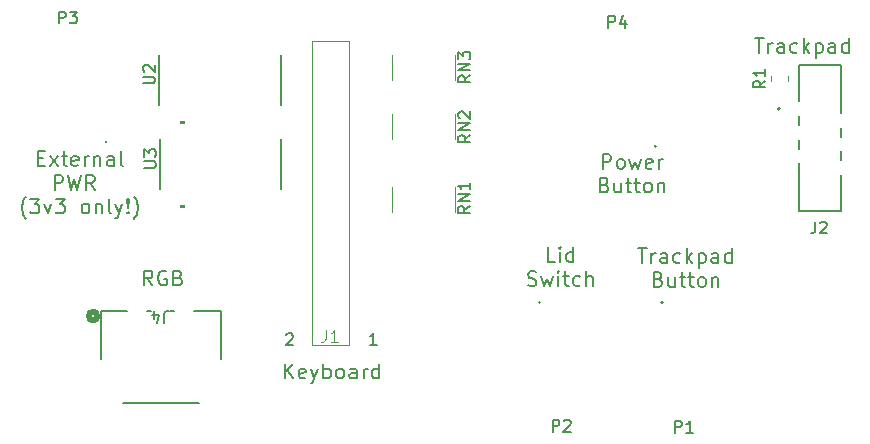
<source format=gbr>
%TF.GenerationSoftware,KiCad,Pcbnew,8.0.4*%
%TF.CreationDate,2025-03-13T09:59:00-07:00*%
%TF.ProjectId,keyboard_board,6b657962-6f61-4726-945f-626f6172642e,rev?*%
%TF.SameCoordinates,Original*%
%TF.FileFunction,Legend,Top*%
%TF.FilePolarity,Positive*%
%FSLAX46Y46*%
G04 Gerber Fmt 4.6, Leading zero omitted, Abs format (unit mm)*
G04 Created by KiCad (PCBNEW 8.0.4) date 2025-03-13 09:59:00*
%MOMM*%
%LPD*%
G01*
G04 APERTURE LIST*
%ADD10C,0.200000*%
%ADD11C,0.150000*%
%ADD12C,0.100000*%
%ADD13C,0.152400*%
%ADD14C,0.508000*%
%ADD15C,0.127000*%
%ADD16C,0.120000*%
%ADD17C,0.000000*%
G04 APERTURE END LIST*
D10*
X200431904Y-97372623D02*
X200015238Y-96777385D01*
X199717619Y-97372623D02*
X199717619Y-96122623D01*
X199717619Y-96122623D02*
X200193809Y-96122623D01*
X200193809Y-96122623D02*
X200312857Y-96182147D01*
X200312857Y-96182147D02*
X200372380Y-96241671D01*
X200372380Y-96241671D02*
X200431904Y-96360719D01*
X200431904Y-96360719D02*
X200431904Y-96539290D01*
X200431904Y-96539290D02*
X200372380Y-96658338D01*
X200372380Y-96658338D02*
X200312857Y-96717861D01*
X200312857Y-96717861D02*
X200193809Y-96777385D01*
X200193809Y-96777385D02*
X199717619Y-96777385D01*
X201622380Y-96182147D02*
X201503333Y-96122623D01*
X201503333Y-96122623D02*
X201324761Y-96122623D01*
X201324761Y-96122623D02*
X201146190Y-96182147D01*
X201146190Y-96182147D02*
X201027142Y-96301195D01*
X201027142Y-96301195D02*
X200967619Y-96420242D01*
X200967619Y-96420242D02*
X200908095Y-96658338D01*
X200908095Y-96658338D02*
X200908095Y-96836909D01*
X200908095Y-96836909D02*
X200967619Y-97075004D01*
X200967619Y-97075004D02*
X201027142Y-97194052D01*
X201027142Y-97194052D02*
X201146190Y-97313100D01*
X201146190Y-97313100D02*
X201324761Y-97372623D01*
X201324761Y-97372623D02*
X201443809Y-97372623D01*
X201443809Y-97372623D02*
X201622380Y-97313100D01*
X201622380Y-97313100D02*
X201681904Y-97253576D01*
X201681904Y-97253576D02*
X201681904Y-96836909D01*
X201681904Y-96836909D02*
X201443809Y-96836909D01*
X202634285Y-96717861D02*
X202812857Y-96777385D01*
X202812857Y-96777385D02*
X202872380Y-96836909D01*
X202872380Y-96836909D02*
X202931904Y-96955957D01*
X202931904Y-96955957D02*
X202931904Y-97134528D01*
X202931904Y-97134528D02*
X202872380Y-97253576D01*
X202872380Y-97253576D02*
X202812857Y-97313100D01*
X202812857Y-97313100D02*
X202693809Y-97372623D01*
X202693809Y-97372623D02*
X202217619Y-97372623D01*
X202217619Y-97372623D02*
X202217619Y-96122623D01*
X202217619Y-96122623D02*
X202634285Y-96122623D01*
X202634285Y-96122623D02*
X202753333Y-96182147D01*
X202753333Y-96182147D02*
X202812857Y-96241671D01*
X202812857Y-96241671D02*
X202872380Y-96360719D01*
X202872380Y-96360719D02*
X202872380Y-96479766D01*
X202872380Y-96479766D02*
X202812857Y-96598814D01*
X202812857Y-96598814D02*
X202753333Y-96658338D01*
X202753333Y-96658338D02*
X202634285Y-96717861D01*
X202634285Y-96717861D02*
X202217619Y-96717861D01*
X238575762Y-87486193D02*
X238575762Y-86236193D01*
X238575762Y-86236193D02*
X239051952Y-86236193D01*
X239051952Y-86236193D02*
X239171000Y-86295717D01*
X239171000Y-86295717D02*
X239230523Y-86355241D01*
X239230523Y-86355241D02*
X239290047Y-86474289D01*
X239290047Y-86474289D02*
X239290047Y-86652860D01*
X239290047Y-86652860D02*
X239230523Y-86771908D01*
X239230523Y-86771908D02*
X239171000Y-86831431D01*
X239171000Y-86831431D02*
X239051952Y-86890955D01*
X239051952Y-86890955D02*
X238575762Y-86890955D01*
X240004333Y-87486193D02*
X239885285Y-87426670D01*
X239885285Y-87426670D02*
X239825762Y-87367146D01*
X239825762Y-87367146D02*
X239766238Y-87248098D01*
X239766238Y-87248098D02*
X239766238Y-86890955D01*
X239766238Y-86890955D02*
X239825762Y-86771908D01*
X239825762Y-86771908D02*
X239885285Y-86712384D01*
X239885285Y-86712384D02*
X240004333Y-86652860D01*
X240004333Y-86652860D02*
X240182904Y-86652860D01*
X240182904Y-86652860D02*
X240301952Y-86712384D01*
X240301952Y-86712384D02*
X240361476Y-86771908D01*
X240361476Y-86771908D02*
X240421000Y-86890955D01*
X240421000Y-86890955D02*
X240421000Y-87248098D01*
X240421000Y-87248098D02*
X240361476Y-87367146D01*
X240361476Y-87367146D02*
X240301952Y-87426670D01*
X240301952Y-87426670D02*
X240182904Y-87486193D01*
X240182904Y-87486193D02*
X240004333Y-87486193D01*
X240837666Y-86652860D02*
X241075761Y-87486193D01*
X241075761Y-87486193D02*
X241313856Y-86890955D01*
X241313856Y-86890955D02*
X241551952Y-87486193D01*
X241551952Y-87486193D02*
X241790047Y-86652860D01*
X242742428Y-87426670D02*
X242623380Y-87486193D01*
X242623380Y-87486193D02*
X242385285Y-87486193D01*
X242385285Y-87486193D02*
X242266238Y-87426670D01*
X242266238Y-87426670D02*
X242206714Y-87307622D01*
X242206714Y-87307622D02*
X242206714Y-86831431D01*
X242206714Y-86831431D02*
X242266238Y-86712384D01*
X242266238Y-86712384D02*
X242385285Y-86652860D01*
X242385285Y-86652860D02*
X242623380Y-86652860D01*
X242623380Y-86652860D02*
X242742428Y-86712384D01*
X242742428Y-86712384D02*
X242801952Y-86831431D01*
X242801952Y-86831431D02*
X242801952Y-86950479D01*
X242801952Y-86950479D02*
X242206714Y-87069527D01*
X243337667Y-87486193D02*
X243337667Y-86652860D01*
X243337667Y-86890955D02*
X243397190Y-86771908D01*
X243397190Y-86771908D02*
X243456714Y-86712384D01*
X243456714Y-86712384D02*
X243575762Y-86652860D01*
X243575762Y-86652860D02*
X243694809Y-86652860D01*
X238724571Y-88843861D02*
X238903143Y-88903385D01*
X238903143Y-88903385D02*
X238962666Y-88962909D01*
X238962666Y-88962909D02*
X239022190Y-89081957D01*
X239022190Y-89081957D02*
X239022190Y-89260528D01*
X239022190Y-89260528D02*
X238962666Y-89379576D01*
X238962666Y-89379576D02*
X238903143Y-89439100D01*
X238903143Y-89439100D02*
X238784095Y-89498623D01*
X238784095Y-89498623D02*
X238307905Y-89498623D01*
X238307905Y-89498623D02*
X238307905Y-88248623D01*
X238307905Y-88248623D02*
X238724571Y-88248623D01*
X238724571Y-88248623D02*
X238843619Y-88308147D01*
X238843619Y-88308147D02*
X238903143Y-88367671D01*
X238903143Y-88367671D02*
X238962666Y-88486719D01*
X238962666Y-88486719D02*
X238962666Y-88605766D01*
X238962666Y-88605766D02*
X238903143Y-88724814D01*
X238903143Y-88724814D02*
X238843619Y-88784338D01*
X238843619Y-88784338D02*
X238724571Y-88843861D01*
X238724571Y-88843861D02*
X238307905Y-88843861D01*
X240093619Y-88665290D02*
X240093619Y-89498623D01*
X239557905Y-88665290D02*
X239557905Y-89320052D01*
X239557905Y-89320052D02*
X239617428Y-89439100D01*
X239617428Y-89439100D02*
X239736476Y-89498623D01*
X239736476Y-89498623D02*
X239915047Y-89498623D01*
X239915047Y-89498623D02*
X240034095Y-89439100D01*
X240034095Y-89439100D02*
X240093619Y-89379576D01*
X240510285Y-88665290D02*
X240986476Y-88665290D01*
X240688857Y-88248623D02*
X240688857Y-89320052D01*
X240688857Y-89320052D02*
X240748380Y-89439100D01*
X240748380Y-89439100D02*
X240867428Y-89498623D01*
X240867428Y-89498623D02*
X240986476Y-89498623D01*
X241224571Y-88665290D02*
X241700762Y-88665290D01*
X241403143Y-88248623D02*
X241403143Y-89320052D01*
X241403143Y-89320052D02*
X241462666Y-89439100D01*
X241462666Y-89439100D02*
X241581714Y-89498623D01*
X241581714Y-89498623D02*
X241700762Y-89498623D01*
X242296000Y-89498623D02*
X242176952Y-89439100D01*
X242176952Y-89439100D02*
X242117429Y-89379576D01*
X242117429Y-89379576D02*
X242057905Y-89260528D01*
X242057905Y-89260528D02*
X242057905Y-88903385D01*
X242057905Y-88903385D02*
X242117429Y-88784338D01*
X242117429Y-88784338D02*
X242176952Y-88724814D01*
X242176952Y-88724814D02*
X242296000Y-88665290D01*
X242296000Y-88665290D02*
X242474571Y-88665290D01*
X242474571Y-88665290D02*
X242593619Y-88724814D01*
X242593619Y-88724814D02*
X242653143Y-88784338D01*
X242653143Y-88784338D02*
X242712667Y-88903385D01*
X242712667Y-88903385D02*
X242712667Y-89260528D01*
X242712667Y-89260528D02*
X242653143Y-89379576D01*
X242653143Y-89379576D02*
X242593619Y-89439100D01*
X242593619Y-89439100D02*
X242474571Y-89498623D01*
X242474571Y-89498623D02*
X242296000Y-89498623D01*
X243248381Y-88665290D02*
X243248381Y-89498623D01*
X243248381Y-88784338D02*
X243307904Y-88724814D01*
X243307904Y-88724814D02*
X243426952Y-88665290D01*
X243426952Y-88665290D02*
X243605523Y-88665290D01*
X243605523Y-88665290D02*
X243724571Y-88724814D01*
X243724571Y-88724814D02*
X243784095Y-88843861D01*
X243784095Y-88843861D02*
X243784095Y-89498623D01*
X241570381Y-94237193D02*
X242284667Y-94237193D01*
X241927524Y-95487193D02*
X241927524Y-94237193D01*
X242701334Y-95487193D02*
X242701334Y-94653860D01*
X242701334Y-94891955D02*
X242760857Y-94772908D01*
X242760857Y-94772908D02*
X242820381Y-94713384D01*
X242820381Y-94713384D02*
X242939429Y-94653860D01*
X242939429Y-94653860D02*
X243058476Y-94653860D01*
X244010858Y-95487193D02*
X244010858Y-94832431D01*
X244010858Y-94832431D02*
X243951334Y-94713384D01*
X243951334Y-94713384D02*
X243832286Y-94653860D01*
X243832286Y-94653860D02*
X243594191Y-94653860D01*
X243594191Y-94653860D02*
X243475144Y-94713384D01*
X244010858Y-95427670D02*
X243891810Y-95487193D01*
X243891810Y-95487193D02*
X243594191Y-95487193D01*
X243594191Y-95487193D02*
X243475144Y-95427670D01*
X243475144Y-95427670D02*
X243415620Y-95308622D01*
X243415620Y-95308622D02*
X243415620Y-95189574D01*
X243415620Y-95189574D02*
X243475144Y-95070527D01*
X243475144Y-95070527D02*
X243594191Y-95011003D01*
X243594191Y-95011003D02*
X243891810Y-95011003D01*
X243891810Y-95011003D02*
X244010858Y-94951479D01*
X245141810Y-95427670D02*
X245022762Y-95487193D01*
X245022762Y-95487193D02*
X244784667Y-95487193D01*
X244784667Y-95487193D02*
X244665619Y-95427670D01*
X244665619Y-95427670D02*
X244606096Y-95368146D01*
X244606096Y-95368146D02*
X244546572Y-95249098D01*
X244546572Y-95249098D02*
X244546572Y-94891955D01*
X244546572Y-94891955D02*
X244606096Y-94772908D01*
X244606096Y-94772908D02*
X244665619Y-94713384D01*
X244665619Y-94713384D02*
X244784667Y-94653860D01*
X244784667Y-94653860D02*
X245022762Y-94653860D01*
X245022762Y-94653860D02*
X245141810Y-94713384D01*
X245677525Y-95487193D02*
X245677525Y-94237193D01*
X245796572Y-95011003D02*
X246153715Y-95487193D01*
X246153715Y-94653860D02*
X245677525Y-95130050D01*
X246689430Y-94653860D02*
X246689430Y-95903860D01*
X246689430Y-94713384D02*
X246808477Y-94653860D01*
X246808477Y-94653860D02*
X247046572Y-94653860D01*
X247046572Y-94653860D02*
X247165620Y-94713384D01*
X247165620Y-94713384D02*
X247225144Y-94772908D01*
X247225144Y-94772908D02*
X247284668Y-94891955D01*
X247284668Y-94891955D02*
X247284668Y-95249098D01*
X247284668Y-95249098D02*
X247225144Y-95368146D01*
X247225144Y-95368146D02*
X247165620Y-95427670D01*
X247165620Y-95427670D02*
X247046572Y-95487193D01*
X247046572Y-95487193D02*
X246808477Y-95487193D01*
X246808477Y-95487193D02*
X246689430Y-95427670D01*
X248356096Y-95487193D02*
X248356096Y-94832431D01*
X248356096Y-94832431D02*
X248296572Y-94713384D01*
X248296572Y-94713384D02*
X248177524Y-94653860D01*
X248177524Y-94653860D02*
X247939429Y-94653860D01*
X247939429Y-94653860D02*
X247820382Y-94713384D01*
X248356096Y-95427670D02*
X248237048Y-95487193D01*
X248237048Y-95487193D02*
X247939429Y-95487193D01*
X247939429Y-95487193D02*
X247820382Y-95427670D01*
X247820382Y-95427670D02*
X247760858Y-95308622D01*
X247760858Y-95308622D02*
X247760858Y-95189574D01*
X247760858Y-95189574D02*
X247820382Y-95070527D01*
X247820382Y-95070527D02*
X247939429Y-95011003D01*
X247939429Y-95011003D02*
X248237048Y-95011003D01*
X248237048Y-95011003D02*
X248356096Y-94951479D01*
X249487048Y-95487193D02*
X249487048Y-94237193D01*
X249487048Y-95427670D02*
X249368000Y-95487193D01*
X249368000Y-95487193D02*
X249129905Y-95487193D01*
X249129905Y-95487193D02*
X249010857Y-95427670D01*
X249010857Y-95427670D02*
X248951334Y-95368146D01*
X248951334Y-95368146D02*
X248891810Y-95249098D01*
X248891810Y-95249098D02*
X248891810Y-94891955D01*
X248891810Y-94891955D02*
X248951334Y-94772908D01*
X248951334Y-94772908D02*
X249010857Y-94713384D01*
X249010857Y-94713384D02*
X249129905Y-94653860D01*
X249129905Y-94653860D02*
X249368000Y-94653860D01*
X249368000Y-94653860D02*
X249487048Y-94713384D01*
X243296571Y-96844861D02*
X243475143Y-96904385D01*
X243475143Y-96904385D02*
X243534666Y-96963909D01*
X243534666Y-96963909D02*
X243594190Y-97082957D01*
X243594190Y-97082957D02*
X243594190Y-97261528D01*
X243594190Y-97261528D02*
X243534666Y-97380576D01*
X243534666Y-97380576D02*
X243475143Y-97440100D01*
X243475143Y-97440100D02*
X243356095Y-97499623D01*
X243356095Y-97499623D02*
X242879905Y-97499623D01*
X242879905Y-97499623D02*
X242879905Y-96249623D01*
X242879905Y-96249623D02*
X243296571Y-96249623D01*
X243296571Y-96249623D02*
X243415619Y-96309147D01*
X243415619Y-96309147D02*
X243475143Y-96368671D01*
X243475143Y-96368671D02*
X243534666Y-96487719D01*
X243534666Y-96487719D02*
X243534666Y-96606766D01*
X243534666Y-96606766D02*
X243475143Y-96725814D01*
X243475143Y-96725814D02*
X243415619Y-96785338D01*
X243415619Y-96785338D02*
X243296571Y-96844861D01*
X243296571Y-96844861D02*
X242879905Y-96844861D01*
X244665619Y-96666290D02*
X244665619Y-97499623D01*
X244129905Y-96666290D02*
X244129905Y-97321052D01*
X244129905Y-97321052D02*
X244189428Y-97440100D01*
X244189428Y-97440100D02*
X244308476Y-97499623D01*
X244308476Y-97499623D02*
X244487047Y-97499623D01*
X244487047Y-97499623D02*
X244606095Y-97440100D01*
X244606095Y-97440100D02*
X244665619Y-97380576D01*
X245082285Y-96666290D02*
X245558476Y-96666290D01*
X245260857Y-96249623D02*
X245260857Y-97321052D01*
X245260857Y-97321052D02*
X245320380Y-97440100D01*
X245320380Y-97440100D02*
X245439428Y-97499623D01*
X245439428Y-97499623D02*
X245558476Y-97499623D01*
X245796571Y-96666290D02*
X246272762Y-96666290D01*
X245975143Y-96249623D02*
X245975143Y-97321052D01*
X245975143Y-97321052D02*
X246034666Y-97440100D01*
X246034666Y-97440100D02*
X246153714Y-97499623D01*
X246153714Y-97499623D02*
X246272762Y-97499623D01*
X246868000Y-97499623D02*
X246748952Y-97440100D01*
X246748952Y-97440100D02*
X246689429Y-97380576D01*
X246689429Y-97380576D02*
X246629905Y-97261528D01*
X246629905Y-97261528D02*
X246629905Y-96904385D01*
X246629905Y-96904385D02*
X246689429Y-96785338D01*
X246689429Y-96785338D02*
X246748952Y-96725814D01*
X246748952Y-96725814D02*
X246868000Y-96666290D01*
X246868000Y-96666290D02*
X247046571Y-96666290D01*
X247046571Y-96666290D02*
X247165619Y-96725814D01*
X247165619Y-96725814D02*
X247225143Y-96785338D01*
X247225143Y-96785338D02*
X247284667Y-96904385D01*
X247284667Y-96904385D02*
X247284667Y-97261528D01*
X247284667Y-97261528D02*
X247225143Y-97380576D01*
X247225143Y-97380576D02*
X247165619Y-97440100D01*
X247165619Y-97440100D02*
X247046571Y-97499623D01*
X247046571Y-97499623D02*
X246868000Y-97499623D01*
X247820381Y-96666290D02*
X247820381Y-97499623D01*
X247820381Y-96785338D02*
X247879904Y-96725814D01*
X247879904Y-96725814D02*
X247998952Y-96666290D01*
X247998952Y-96666290D02*
X248177523Y-96666290D01*
X248177523Y-96666290D02*
X248296571Y-96725814D01*
X248296571Y-96725814D02*
X248356095Y-96844861D01*
X248356095Y-96844861D02*
X248356095Y-97499623D01*
X190798095Y-86597001D02*
X191214761Y-86597001D01*
X191393333Y-87251763D02*
X190798095Y-87251763D01*
X190798095Y-87251763D02*
X190798095Y-86001763D01*
X190798095Y-86001763D02*
X191393333Y-86001763D01*
X191809999Y-87251763D02*
X192464761Y-86418430D01*
X191809999Y-86418430D02*
X192464761Y-87251763D01*
X192762380Y-86418430D02*
X193238571Y-86418430D01*
X192940952Y-86001763D02*
X192940952Y-87073192D01*
X192940952Y-87073192D02*
X193000475Y-87192240D01*
X193000475Y-87192240D02*
X193119523Y-87251763D01*
X193119523Y-87251763D02*
X193238571Y-87251763D01*
X194131428Y-87192240D02*
X194012380Y-87251763D01*
X194012380Y-87251763D02*
X193774285Y-87251763D01*
X193774285Y-87251763D02*
X193655238Y-87192240D01*
X193655238Y-87192240D02*
X193595714Y-87073192D01*
X193595714Y-87073192D02*
X193595714Y-86597001D01*
X193595714Y-86597001D02*
X193655238Y-86477954D01*
X193655238Y-86477954D02*
X193774285Y-86418430D01*
X193774285Y-86418430D02*
X194012380Y-86418430D01*
X194012380Y-86418430D02*
X194131428Y-86477954D01*
X194131428Y-86477954D02*
X194190952Y-86597001D01*
X194190952Y-86597001D02*
X194190952Y-86716049D01*
X194190952Y-86716049D02*
X193595714Y-86835097D01*
X194726667Y-87251763D02*
X194726667Y-86418430D01*
X194726667Y-86656525D02*
X194786190Y-86537478D01*
X194786190Y-86537478D02*
X194845714Y-86477954D01*
X194845714Y-86477954D02*
X194964762Y-86418430D01*
X194964762Y-86418430D02*
X195083809Y-86418430D01*
X195500477Y-86418430D02*
X195500477Y-87251763D01*
X195500477Y-86537478D02*
X195560000Y-86477954D01*
X195560000Y-86477954D02*
X195679048Y-86418430D01*
X195679048Y-86418430D02*
X195857619Y-86418430D01*
X195857619Y-86418430D02*
X195976667Y-86477954D01*
X195976667Y-86477954D02*
X196036191Y-86597001D01*
X196036191Y-86597001D02*
X196036191Y-87251763D01*
X197167143Y-87251763D02*
X197167143Y-86597001D01*
X197167143Y-86597001D02*
X197107619Y-86477954D01*
X197107619Y-86477954D02*
X196988571Y-86418430D01*
X196988571Y-86418430D02*
X196750476Y-86418430D01*
X196750476Y-86418430D02*
X196631429Y-86477954D01*
X197167143Y-87192240D02*
X197048095Y-87251763D01*
X197048095Y-87251763D02*
X196750476Y-87251763D01*
X196750476Y-87251763D02*
X196631429Y-87192240D01*
X196631429Y-87192240D02*
X196571905Y-87073192D01*
X196571905Y-87073192D02*
X196571905Y-86954144D01*
X196571905Y-86954144D02*
X196631429Y-86835097D01*
X196631429Y-86835097D02*
X196750476Y-86775573D01*
X196750476Y-86775573D02*
X197048095Y-86775573D01*
X197048095Y-86775573D02*
X197167143Y-86716049D01*
X197940952Y-87251763D02*
X197821904Y-87192240D01*
X197821904Y-87192240D02*
X197762381Y-87073192D01*
X197762381Y-87073192D02*
X197762381Y-86001763D01*
X192167143Y-89264193D02*
X192167143Y-88014193D01*
X192167143Y-88014193D02*
X192643333Y-88014193D01*
X192643333Y-88014193D02*
X192762381Y-88073717D01*
X192762381Y-88073717D02*
X192821904Y-88133241D01*
X192821904Y-88133241D02*
X192881428Y-88252289D01*
X192881428Y-88252289D02*
X192881428Y-88430860D01*
X192881428Y-88430860D02*
X192821904Y-88549908D01*
X192821904Y-88549908D02*
X192762381Y-88609431D01*
X192762381Y-88609431D02*
X192643333Y-88668955D01*
X192643333Y-88668955D02*
X192167143Y-88668955D01*
X193298095Y-88014193D02*
X193595714Y-89264193D01*
X193595714Y-89264193D02*
X193833809Y-88371336D01*
X193833809Y-88371336D02*
X194071904Y-89264193D01*
X194071904Y-89264193D02*
X194369524Y-88014193D01*
X195559999Y-89264193D02*
X195143333Y-88668955D01*
X194845714Y-89264193D02*
X194845714Y-88014193D01*
X194845714Y-88014193D02*
X195321904Y-88014193D01*
X195321904Y-88014193D02*
X195440952Y-88073717D01*
X195440952Y-88073717D02*
X195500475Y-88133241D01*
X195500475Y-88133241D02*
X195559999Y-88252289D01*
X195559999Y-88252289D02*
X195559999Y-88430860D01*
X195559999Y-88430860D02*
X195500475Y-88549908D01*
X195500475Y-88549908D02*
X195440952Y-88609431D01*
X195440952Y-88609431D02*
X195321904Y-88668955D01*
X195321904Y-88668955D02*
X194845714Y-88668955D01*
X189756429Y-91752814D02*
X189696906Y-91693290D01*
X189696906Y-91693290D02*
X189577858Y-91514719D01*
X189577858Y-91514719D02*
X189518334Y-91395671D01*
X189518334Y-91395671D02*
X189458810Y-91217100D01*
X189458810Y-91217100D02*
X189399287Y-90919480D01*
X189399287Y-90919480D02*
X189399287Y-90681385D01*
X189399287Y-90681385D02*
X189458810Y-90383766D01*
X189458810Y-90383766D02*
X189518334Y-90205195D01*
X189518334Y-90205195D02*
X189577858Y-90086147D01*
X189577858Y-90086147D02*
X189696906Y-89907576D01*
X189696906Y-89907576D02*
X189756429Y-89848052D01*
X190113572Y-90026623D02*
X190887381Y-90026623D01*
X190887381Y-90026623D02*
X190470715Y-90502814D01*
X190470715Y-90502814D02*
X190649286Y-90502814D01*
X190649286Y-90502814D02*
X190768334Y-90562338D01*
X190768334Y-90562338D02*
X190827858Y-90621861D01*
X190827858Y-90621861D02*
X190887381Y-90740909D01*
X190887381Y-90740909D02*
X190887381Y-91038528D01*
X190887381Y-91038528D02*
X190827858Y-91157576D01*
X190827858Y-91157576D02*
X190768334Y-91217100D01*
X190768334Y-91217100D02*
X190649286Y-91276623D01*
X190649286Y-91276623D02*
X190292143Y-91276623D01*
X190292143Y-91276623D02*
X190173096Y-91217100D01*
X190173096Y-91217100D02*
X190113572Y-91157576D01*
X191304048Y-90443290D02*
X191601667Y-91276623D01*
X191601667Y-91276623D02*
X191899286Y-90443290D01*
X192256429Y-90026623D02*
X193030238Y-90026623D01*
X193030238Y-90026623D02*
X192613572Y-90502814D01*
X192613572Y-90502814D02*
X192792143Y-90502814D01*
X192792143Y-90502814D02*
X192911191Y-90562338D01*
X192911191Y-90562338D02*
X192970715Y-90621861D01*
X192970715Y-90621861D02*
X193030238Y-90740909D01*
X193030238Y-90740909D02*
X193030238Y-91038528D01*
X193030238Y-91038528D02*
X192970715Y-91157576D01*
X192970715Y-91157576D02*
X192911191Y-91217100D01*
X192911191Y-91217100D02*
X192792143Y-91276623D01*
X192792143Y-91276623D02*
X192435000Y-91276623D01*
X192435000Y-91276623D02*
X192315953Y-91217100D01*
X192315953Y-91217100D02*
X192256429Y-91157576D01*
X194696905Y-91276623D02*
X194577857Y-91217100D01*
X194577857Y-91217100D02*
X194518334Y-91157576D01*
X194518334Y-91157576D02*
X194458810Y-91038528D01*
X194458810Y-91038528D02*
X194458810Y-90681385D01*
X194458810Y-90681385D02*
X194518334Y-90562338D01*
X194518334Y-90562338D02*
X194577857Y-90502814D01*
X194577857Y-90502814D02*
X194696905Y-90443290D01*
X194696905Y-90443290D02*
X194875476Y-90443290D01*
X194875476Y-90443290D02*
X194994524Y-90502814D01*
X194994524Y-90502814D02*
X195054048Y-90562338D01*
X195054048Y-90562338D02*
X195113572Y-90681385D01*
X195113572Y-90681385D02*
X195113572Y-91038528D01*
X195113572Y-91038528D02*
X195054048Y-91157576D01*
X195054048Y-91157576D02*
X194994524Y-91217100D01*
X194994524Y-91217100D02*
X194875476Y-91276623D01*
X194875476Y-91276623D02*
X194696905Y-91276623D01*
X195649286Y-90443290D02*
X195649286Y-91276623D01*
X195649286Y-90562338D02*
X195708809Y-90502814D01*
X195708809Y-90502814D02*
X195827857Y-90443290D01*
X195827857Y-90443290D02*
X196006428Y-90443290D01*
X196006428Y-90443290D02*
X196125476Y-90502814D01*
X196125476Y-90502814D02*
X196185000Y-90621861D01*
X196185000Y-90621861D02*
X196185000Y-91276623D01*
X196958809Y-91276623D02*
X196839761Y-91217100D01*
X196839761Y-91217100D02*
X196780238Y-91098052D01*
X196780238Y-91098052D02*
X196780238Y-90026623D01*
X197315952Y-90443290D02*
X197613571Y-91276623D01*
X197911190Y-90443290D02*
X197613571Y-91276623D01*
X197613571Y-91276623D02*
X197494523Y-91574242D01*
X197494523Y-91574242D02*
X197435000Y-91633766D01*
X197435000Y-91633766D02*
X197315952Y-91693290D01*
X198387381Y-91157576D02*
X198446904Y-91217100D01*
X198446904Y-91217100D02*
X198387381Y-91276623D01*
X198387381Y-91276623D02*
X198327857Y-91217100D01*
X198327857Y-91217100D02*
X198387381Y-91157576D01*
X198387381Y-91157576D02*
X198387381Y-91276623D01*
X198387381Y-90800433D02*
X198327857Y-90086147D01*
X198327857Y-90086147D02*
X198387381Y-90026623D01*
X198387381Y-90026623D02*
X198446904Y-90086147D01*
X198446904Y-90086147D02*
X198387381Y-90800433D01*
X198387381Y-90800433D02*
X198387381Y-90026623D01*
X198863571Y-91752814D02*
X198923095Y-91693290D01*
X198923095Y-91693290D02*
X199042142Y-91514719D01*
X199042142Y-91514719D02*
X199101666Y-91395671D01*
X199101666Y-91395671D02*
X199161190Y-91217100D01*
X199161190Y-91217100D02*
X199220714Y-90919480D01*
X199220714Y-90919480D02*
X199220714Y-90681385D01*
X199220714Y-90681385D02*
X199161190Y-90383766D01*
X199161190Y-90383766D02*
X199101666Y-90205195D01*
X199101666Y-90205195D02*
X199042142Y-90086147D01*
X199042142Y-90086147D02*
X198923095Y-89907576D01*
X198923095Y-89907576D02*
X198863571Y-89848052D01*
X234543810Y-95404193D02*
X233948572Y-95404193D01*
X233948572Y-95404193D02*
X233948572Y-94154193D01*
X234960477Y-95404193D02*
X234960477Y-94570860D01*
X234960477Y-94154193D02*
X234900953Y-94213717D01*
X234900953Y-94213717D02*
X234960477Y-94273241D01*
X234960477Y-94273241D02*
X235020000Y-94213717D01*
X235020000Y-94213717D02*
X234960477Y-94154193D01*
X234960477Y-94154193D02*
X234960477Y-94273241D01*
X236091429Y-95404193D02*
X236091429Y-94154193D01*
X236091429Y-95344670D02*
X235972381Y-95404193D01*
X235972381Y-95404193D02*
X235734286Y-95404193D01*
X235734286Y-95404193D02*
X235615238Y-95344670D01*
X235615238Y-95344670D02*
X235555715Y-95285146D01*
X235555715Y-95285146D02*
X235496191Y-95166098D01*
X235496191Y-95166098D02*
X235496191Y-94808955D01*
X235496191Y-94808955D02*
X235555715Y-94689908D01*
X235555715Y-94689908D02*
X235615238Y-94630384D01*
X235615238Y-94630384D02*
X235734286Y-94570860D01*
X235734286Y-94570860D02*
X235972381Y-94570860D01*
X235972381Y-94570860D02*
X236091429Y-94630384D01*
X232252143Y-97357100D02*
X232430714Y-97416623D01*
X232430714Y-97416623D02*
X232728333Y-97416623D01*
X232728333Y-97416623D02*
X232847381Y-97357100D01*
X232847381Y-97357100D02*
X232906905Y-97297576D01*
X232906905Y-97297576D02*
X232966428Y-97178528D01*
X232966428Y-97178528D02*
X232966428Y-97059480D01*
X232966428Y-97059480D02*
X232906905Y-96940433D01*
X232906905Y-96940433D02*
X232847381Y-96880909D01*
X232847381Y-96880909D02*
X232728333Y-96821385D01*
X232728333Y-96821385D02*
X232490238Y-96761861D01*
X232490238Y-96761861D02*
X232371190Y-96702338D01*
X232371190Y-96702338D02*
X232311667Y-96642814D01*
X232311667Y-96642814D02*
X232252143Y-96523766D01*
X232252143Y-96523766D02*
X232252143Y-96404719D01*
X232252143Y-96404719D02*
X232311667Y-96285671D01*
X232311667Y-96285671D02*
X232371190Y-96226147D01*
X232371190Y-96226147D02*
X232490238Y-96166623D01*
X232490238Y-96166623D02*
X232787857Y-96166623D01*
X232787857Y-96166623D02*
X232966428Y-96226147D01*
X233383095Y-96583290D02*
X233621190Y-97416623D01*
X233621190Y-97416623D02*
X233859285Y-96821385D01*
X233859285Y-96821385D02*
X234097381Y-97416623D01*
X234097381Y-97416623D02*
X234335476Y-96583290D01*
X234811667Y-97416623D02*
X234811667Y-96583290D01*
X234811667Y-96166623D02*
X234752143Y-96226147D01*
X234752143Y-96226147D02*
X234811667Y-96285671D01*
X234811667Y-96285671D02*
X234871190Y-96226147D01*
X234871190Y-96226147D02*
X234811667Y-96166623D01*
X234811667Y-96166623D02*
X234811667Y-96285671D01*
X235228333Y-96583290D02*
X235704524Y-96583290D01*
X235406905Y-96166623D02*
X235406905Y-97238052D01*
X235406905Y-97238052D02*
X235466428Y-97357100D01*
X235466428Y-97357100D02*
X235585476Y-97416623D01*
X235585476Y-97416623D02*
X235704524Y-97416623D01*
X236656905Y-97357100D02*
X236537857Y-97416623D01*
X236537857Y-97416623D02*
X236299762Y-97416623D01*
X236299762Y-97416623D02*
X236180714Y-97357100D01*
X236180714Y-97357100D02*
X236121191Y-97297576D01*
X236121191Y-97297576D02*
X236061667Y-97178528D01*
X236061667Y-97178528D02*
X236061667Y-96821385D01*
X236061667Y-96821385D02*
X236121191Y-96702338D01*
X236121191Y-96702338D02*
X236180714Y-96642814D01*
X236180714Y-96642814D02*
X236299762Y-96583290D01*
X236299762Y-96583290D02*
X236537857Y-96583290D01*
X236537857Y-96583290D02*
X236656905Y-96642814D01*
X237192620Y-97416623D02*
X237192620Y-96166623D01*
X237728334Y-97416623D02*
X237728334Y-96761861D01*
X237728334Y-96761861D02*
X237668810Y-96642814D01*
X237668810Y-96642814D02*
X237549762Y-96583290D01*
X237549762Y-96583290D02*
X237371191Y-96583290D01*
X237371191Y-96583290D02*
X237252143Y-96642814D01*
X237252143Y-96642814D02*
X237192620Y-96702338D01*
X219443482Y-102392219D02*
X218872054Y-102392219D01*
X219157768Y-102392219D02*
X219157768Y-101392219D01*
X219157768Y-101392219D02*
X219062530Y-101535076D01*
X219062530Y-101535076D02*
X218967292Y-101630314D01*
X218967292Y-101630314D02*
X218872054Y-101677933D01*
X251476381Y-76437623D02*
X252190667Y-76437623D01*
X251833524Y-77687623D02*
X251833524Y-76437623D01*
X252607334Y-77687623D02*
X252607334Y-76854290D01*
X252607334Y-77092385D02*
X252666857Y-76973338D01*
X252666857Y-76973338D02*
X252726381Y-76913814D01*
X252726381Y-76913814D02*
X252845429Y-76854290D01*
X252845429Y-76854290D02*
X252964476Y-76854290D01*
X253916858Y-77687623D02*
X253916858Y-77032861D01*
X253916858Y-77032861D02*
X253857334Y-76913814D01*
X253857334Y-76913814D02*
X253738286Y-76854290D01*
X253738286Y-76854290D02*
X253500191Y-76854290D01*
X253500191Y-76854290D02*
X253381144Y-76913814D01*
X253916858Y-77628100D02*
X253797810Y-77687623D01*
X253797810Y-77687623D02*
X253500191Y-77687623D01*
X253500191Y-77687623D02*
X253381144Y-77628100D01*
X253381144Y-77628100D02*
X253321620Y-77509052D01*
X253321620Y-77509052D02*
X253321620Y-77390004D01*
X253321620Y-77390004D02*
X253381144Y-77270957D01*
X253381144Y-77270957D02*
X253500191Y-77211433D01*
X253500191Y-77211433D02*
X253797810Y-77211433D01*
X253797810Y-77211433D02*
X253916858Y-77151909D01*
X255047810Y-77628100D02*
X254928762Y-77687623D01*
X254928762Y-77687623D02*
X254690667Y-77687623D01*
X254690667Y-77687623D02*
X254571619Y-77628100D01*
X254571619Y-77628100D02*
X254512096Y-77568576D01*
X254512096Y-77568576D02*
X254452572Y-77449528D01*
X254452572Y-77449528D02*
X254452572Y-77092385D01*
X254452572Y-77092385D02*
X254512096Y-76973338D01*
X254512096Y-76973338D02*
X254571619Y-76913814D01*
X254571619Y-76913814D02*
X254690667Y-76854290D01*
X254690667Y-76854290D02*
X254928762Y-76854290D01*
X254928762Y-76854290D02*
X255047810Y-76913814D01*
X255583525Y-77687623D02*
X255583525Y-76437623D01*
X255702572Y-77211433D02*
X256059715Y-77687623D01*
X256059715Y-76854290D02*
X255583525Y-77330480D01*
X256595430Y-76854290D02*
X256595430Y-78104290D01*
X256595430Y-76913814D02*
X256714477Y-76854290D01*
X256714477Y-76854290D02*
X256952572Y-76854290D01*
X256952572Y-76854290D02*
X257071620Y-76913814D01*
X257071620Y-76913814D02*
X257131144Y-76973338D01*
X257131144Y-76973338D02*
X257190668Y-77092385D01*
X257190668Y-77092385D02*
X257190668Y-77449528D01*
X257190668Y-77449528D02*
X257131144Y-77568576D01*
X257131144Y-77568576D02*
X257071620Y-77628100D01*
X257071620Y-77628100D02*
X256952572Y-77687623D01*
X256952572Y-77687623D02*
X256714477Y-77687623D01*
X256714477Y-77687623D02*
X256595430Y-77628100D01*
X258262096Y-77687623D02*
X258262096Y-77032861D01*
X258262096Y-77032861D02*
X258202572Y-76913814D01*
X258202572Y-76913814D02*
X258083524Y-76854290D01*
X258083524Y-76854290D02*
X257845429Y-76854290D01*
X257845429Y-76854290D02*
X257726382Y-76913814D01*
X258262096Y-77628100D02*
X258143048Y-77687623D01*
X258143048Y-77687623D02*
X257845429Y-77687623D01*
X257845429Y-77687623D02*
X257726382Y-77628100D01*
X257726382Y-77628100D02*
X257666858Y-77509052D01*
X257666858Y-77509052D02*
X257666858Y-77390004D01*
X257666858Y-77390004D02*
X257726382Y-77270957D01*
X257726382Y-77270957D02*
X257845429Y-77211433D01*
X257845429Y-77211433D02*
X258143048Y-77211433D01*
X258143048Y-77211433D02*
X258262096Y-77151909D01*
X259393048Y-77687623D02*
X259393048Y-76437623D01*
X259393048Y-77628100D02*
X259274000Y-77687623D01*
X259274000Y-77687623D02*
X259035905Y-77687623D01*
X259035905Y-77687623D02*
X258916857Y-77628100D01*
X258916857Y-77628100D02*
X258857334Y-77568576D01*
X258857334Y-77568576D02*
X258797810Y-77449528D01*
X258797810Y-77449528D02*
X258797810Y-77092385D01*
X258797810Y-77092385D02*
X258857334Y-76973338D01*
X258857334Y-76973338D02*
X258916857Y-76913814D01*
X258916857Y-76913814D02*
X259035905Y-76854290D01*
X259035905Y-76854290D02*
X259274000Y-76854290D01*
X259274000Y-76854290D02*
X259393048Y-76913814D01*
X211772054Y-101537457D02*
X211819673Y-101489838D01*
X211819673Y-101489838D02*
X211914911Y-101442219D01*
X211914911Y-101442219D02*
X212153006Y-101442219D01*
X212153006Y-101442219D02*
X212248244Y-101489838D01*
X212248244Y-101489838D02*
X212295863Y-101537457D01*
X212295863Y-101537457D02*
X212343482Y-101632695D01*
X212343482Y-101632695D02*
X212343482Y-101727933D01*
X212343482Y-101727933D02*
X212295863Y-101870790D01*
X212295863Y-101870790D02*
X211724435Y-102442219D01*
X211724435Y-102442219D02*
X212343482Y-102442219D01*
X211657905Y-105246623D02*
X211657905Y-103996623D01*
X212372190Y-105246623D02*
X211836476Y-104532338D01*
X212372190Y-103996623D02*
X211657905Y-104710909D01*
X213384095Y-105187100D02*
X213265047Y-105246623D01*
X213265047Y-105246623D02*
X213026952Y-105246623D01*
X213026952Y-105246623D02*
X212907905Y-105187100D01*
X212907905Y-105187100D02*
X212848381Y-105068052D01*
X212848381Y-105068052D02*
X212848381Y-104591861D01*
X212848381Y-104591861D02*
X212907905Y-104472814D01*
X212907905Y-104472814D02*
X213026952Y-104413290D01*
X213026952Y-104413290D02*
X213265047Y-104413290D01*
X213265047Y-104413290D02*
X213384095Y-104472814D01*
X213384095Y-104472814D02*
X213443619Y-104591861D01*
X213443619Y-104591861D02*
X213443619Y-104710909D01*
X213443619Y-104710909D02*
X212848381Y-104829957D01*
X213860286Y-104413290D02*
X214157905Y-105246623D01*
X214455524Y-104413290D02*
X214157905Y-105246623D01*
X214157905Y-105246623D02*
X214038857Y-105544242D01*
X214038857Y-105544242D02*
X213979334Y-105603766D01*
X213979334Y-105603766D02*
X213860286Y-105663290D01*
X214931715Y-105246623D02*
X214931715Y-103996623D01*
X214931715Y-104472814D02*
X215050762Y-104413290D01*
X215050762Y-104413290D02*
X215288857Y-104413290D01*
X215288857Y-104413290D02*
X215407905Y-104472814D01*
X215407905Y-104472814D02*
X215467429Y-104532338D01*
X215467429Y-104532338D02*
X215526953Y-104651385D01*
X215526953Y-104651385D02*
X215526953Y-105008528D01*
X215526953Y-105008528D02*
X215467429Y-105127576D01*
X215467429Y-105127576D02*
X215407905Y-105187100D01*
X215407905Y-105187100D02*
X215288857Y-105246623D01*
X215288857Y-105246623D02*
X215050762Y-105246623D01*
X215050762Y-105246623D02*
X214931715Y-105187100D01*
X216241238Y-105246623D02*
X216122190Y-105187100D01*
X216122190Y-105187100D02*
X216062667Y-105127576D01*
X216062667Y-105127576D02*
X216003143Y-105008528D01*
X216003143Y-105008528D02*
X216003143Y-104651385D01*
X216003143Y-104651385D02*
X216062667Y-104532338D01*
X216062667Y-104532338D02*
X216122190Y-104472814D01*
X216122190Y-104472814D02*
X216241238Y-104413290D01*
X216241238Y-104413290D02*
X216419809Y-104413290D01*
X216419809Y-104413290D02*
X216538857Y-104472814D01*
X216538857Y-104472814D02*
X216598381Y-104532338D01*
X216598381Y-104532338D02*
X216657905Y-104651385D01*
X216657905Y-104651385D02*
X216657905Y-105008528D01*
X216657905Y-105008528D02*
X216598381Y-105127576D01*
X216598381Y-105127576D02*
X216538857Y-105187100D01*
X216538857Y-105187100D02*
X216419809Y-105246623D01*
X216419809Y-105246623D02*
X216241238Y-105246623D01*
X217729333Y-105246623D02*
X217729333Y-104591861D01*
X217729333Y-104591861D02*
X217669809Y-104472814D01*
X217669809Y-104472814D02*
X217550761Y-104413290D01*
X217550761Y-104413290D02*
X217312666Y-104413290D01*
X217312666Y-104413290D02*
X217193619Y-104472814D01*
X217729333Y-105187100D02*
X217610285Y-105246623D01*
X217610285Y-105246623D02*
X217312666Y-105246623D01*
X217312666Y-105246623D02*
X217193619Y-105187100D01*
X217193619Y-105187100D02*
X217134095Y-105068052D01*
X217134095Y-105068052D02*
X217134095Y-104949004D01*
X217134095Y-104949004D02*
X217193619Y-104829957D01*
X217193619Y-104829957D02*
X217312666Y-104770433D01*
X217312666Y-104770433D02*
X217610285Y-104770433D01*
X217610285Y-104770433D02*
X217729333Y-104710909D01*
X218324571Y-105246623D02*
X218324571Y-104413290D01*
X218324571Y-104651385D02*
X218384094Y-104532338D01*
X218384094Y-104532338D02*
X218443618Y-104472814D01*
X218443618Y-104472814D02*
X218562666Y-104413290D01*
X218562666Y-104413290D02*
X218681713Y-104413290D01*
X219634095Y-105246623D02*
X219634095Y-103996623D01*
X219634095Y-105187100D02*
X219515047Y-105246623D01*
X219515047Y-105246623D02*
X219276952Y-105246623D01*
X219276952Y-105246623D02*
X219157904Y-105187100D01*
X219157904Y-105187100D02*
X219098381Y-105127576D01*
X219098381Y-105127576D02*
X219038857Y-105008528D01*
X219038857Y-105008528D02*
X219038857Y-104651385D01*
X219038857Y-104651385D02*
X219098381Y-104532338D01*
X219098381Y-104532338D02*
X219157904Y-104472814D01*
X219157904Y-104472814D02*
X219276952Y-104413290D01*
X219276952Y-104413290D02*
X219515047Y-104413290D01*
X219515047Y-104413290D02*
X219634095Y-104472814D01*
D11*
X201469334Y-100514322D02*
X201469334Y-99800037D01*
X201469334Y-99800037D02*
X201516953Y-99657180D01*
X201516953Y-99657180D02*
X201612191Y-99561942D01*
X201612191Y-99561942D02*
X201755048Y-99514322D01*
X201755048Y-99514322D02*
X201850286Y-99514322D01*
X200564572Y-100180989D02*
X200564572Y-99514322D01*
X200802667Y-100561942D02*
X201040762Y-99847656D01*
X201040762Y-99847656D02*
X200421715Y-99847656D01*
X239059062Y-75540171D02*
X239059062Y-74538785D01*
X239059062Y-74538785D02*
X239440542Y-74538785D01*
X239440542Y-74538785D02*
X239535912Y-74586470D01*
X239535912Y-74586470D02*
X239583597Y-74634155D01*
X239583597Y-74634155D02*
X239631282Y-74729525D01*
X239631282Y-74729525D02*
X239631282Y-74872580D01*
X239631282Y-74872580D02*
X239583597Y-74967950D01*
X239583597Y-74967950D02*
X239535912Y-75015635D01*
X239535912Y-75015635D02*
X239440542Y-75063320D01*
X239440542Y-75063320D02*
X239059062Y-75063320D01*
X240489613Y-74872580D02*
X240489613Y-75540171D01*
X240251188Y-74491100D02*
X240012763Y-75206375D01*
X240012763Y-75206375D02*
X240632668Y-75206375D01*
X252329819Y-80041666D02*
X251853628Y-80374999D01*
X252329819Y-80613094D02*
X251329819Y-80613094D01*
X251329819Y-80613094D02*
X251329819Y-80232142D01*
X251329819Y-80232142D02*
X251377438Y-80136904D01*
X251377438Y-80136904D02*
X251425057Y-80089285D01*
X251425057Y-80089285D02*
X251520295Y-80041666D01*
X251520295Y-80041666D02*
X251663152Y-80041666D01*
X251663152Y-80041666D02*
X251758390Y-80089285D01*
X251758390Y-80089285D02*
X251806009Y-80136904D01*
X251806009Y-80136904D02*
X251853628Y-80232142D01*
X251853628Y-80232142D02*
X251853628Y-80613094D01*
X252329819Y-79089285D02*
X252329819Y-79660713D01*
X252329819Y-79374999D02*
X251329819Y-79374999D01*
X251329819Y-79374999D02*
X251472676Y-79470237D01*
X251472676Y-79470237D02*
X251567914Y-79565475D01*
X251567914Y-79565475D02*
X251615533Y-79660713D01*
X256555105Y-91964468D02*
X256555105Y-92678753D01*
X256555105Y-92678753D02*
X256507486Y-92821610D01*
X256507486Y-92821610D02*
X256412248Y-92916849D01*
X256412248Y-92916849D02*
X256269391Y-92964468D01*
X256269391Y-92964468D02*
X256174153Y-92964468D01*
X256983677Y-92059706D02*
X257031296Y-92012087D01*
X257031296Y-92012087D02*
X257126534Y-91964468D01*
X257126534Y-91964468D02*
X257364629Y-91964468D01*
X257364629Y-91964468D02*
X257459867Y-92012087D01*
X257459867Y-92012087D02*
X257507486Y-92059706D01*
X257507486Y-92059706D02*
X257555105Y-92154944D01*
X257555105Y-92154944D02*
X257555105Y-92250182D01*
X257555105Y-92250182D02*
X257507486Y-92393039D01*
X257507486Y-92393039D02*
X256936058Y-92964468D01*
X256936058Y-92964468D02*
X257555105Y-92964468D01*
X234336306Y-109753440D02*
X234336306Y-108752054D01*
X234336306Y-108752054D02*
X234717786Y-108752054D01*
X234717786Y-108752054D02*
X234813156Y-108799739D01*
X234813156Y-108799739D02*
X234860841Y-108847424D01*
X234860841Y-108847424D02*
X234908526Y-108942794D01*
X234908526Y-108942794D02*
X234908526Y-109085849D01*
X234908526Y-109085849D02*
X234860841Y-109181219D01*
X234860841Y-109181219D02*
X234813156Y-109228904D01*
X234813156Y-109228904D02*
X234717786Y-109276589D01*
X234717786Y-109276589D02*
X234336306Y-109276589D01*
X235290007Y-108847424D02*
X235337692Y-108799739D01*
X235337692Y-108799739D02*
X235433062Y-108752054D01*
X235433062Y-108752054D02*
X235671487Y-108752054D01*
X235671487Y-108752054D02*
X235766857Y-108799739D01*
X235766857Y-108799739D02*
X235814542Y-108847424D01*
X235814542Y-108847424D02*
X235862227Y-108942794D01*
X235862227Y-108942794D02*
X235862227Y-109038164D01*
X235862227Y-109038164D02*
X235814542Y-109181219D01*
X235814542Y-109181219D02*
X235242322Y-109753440D01*
X235242322Y-109753440D02*
X235862227Y-109753440D01*
X192534062Y-75188171D02*
X192534062Y-74186785D01*
X192534062Y-74186785D02*
X192915542Y-74186785D01*
X192915542Y-74186785D02*
X193010912Y-74234470D01*
X193010912Y-74234470D02*
X193058597Y-74282155D01*
X193058597Y-74282155D02*
X193106282Y-74377525D01*
X193106282Y-74377525D02*
X193106282Y-74520580D01*
X193106282Y-74520580D02*
X193058597Y-74615950D01*
X193058597Y-74615950D02*
X193010912Y-74663635D01*
X193010912Y-74663635D02*
X192915542Y-74711320D01*
X192915542Y-74711320D02*
X192534062Y-74711320D01*
X193440078Y-74186785D02*
X194059983Y-74186785D01*
X194059983Y-74186785D02*
X193726188Y-74568265D01*
X193726188Y-74568265D02*
X193869243Y-74568265D01*
X193869243Y-74568265D02*
X193964613Y-74615950D01*
X193964613Y-74615950D02*
X194012298Y-74663635D01*
X194012298Y-74663635D02*
X194059983Y-74759005D01*
X194059983Y-74759005D02*
X194059983Y-74997430D01*
X194059983Y-74997430D02*
X194012298Y-75092800D01*
X194012298Y-75092800D02*
X193964613Y-75140486D01*
X193964613Y-75140486D02*
X193869243Y-75188171D01*
X193869243Y-75188171D02*
X193583133Y-75188171D01*
X193583133Y-75188171D02*
X193487763Y-75140486D01*
X193487763Y-75140486D02*
X193440078Y-75092800D01*
D12*
X215141666Y-101132419D02*
X215141666Y-101846704D01*
X215141666Y-101846704D02*
X215094047Y-101989561D01*
X215094047Y-101989561D02*
X214998809Y-102084800D01*
X214998809Y-102084800D02*
X214855952Y-102132419D01*
X214855952Y-102132419D02*
X214760714Y-102132419D01*
X216141666Y-102132419D02*
X215570238Y-102132419D01*
X215855952Y-102132419D02*
X215855952Y-101132419D01*
X215855952Y-101132419D02*
X215760714Y-101275276D01*
X215760714Y-101275276D02*
X215665476Y-101370514D01*
X215665476Y-101370514D02*
X215570238Y-101418133D01*
D11*
X227354819Y-79590476D02*
X226878628Y-79923809D01*
X227354819Y-80161904D02*
X226354819Y-80161904D01*
X226354819Y-80161904D02*
X226354819Y-79780952D01*
X226354819Y-79780952D02*
X226402438Y-79685714D01*
X226402438Y-79685714D02*
X226450057Y-79638095D01*
X226450057Y-79638095D02*
X226545295Y-79590476D01*
X226545295Y-79590476D02*
X226688152Y-79590476D01*
X226688152Y-79590476D02*
X226783390Y-79638095D01*
X226783390Y-79638095D02*
X226831009Y-79685714D01*
X226831009Y-79685714D02*
X226878628Y-79780952D01*
X226878628Y-79780952D02*
X226878628Y-80161904D01*
X227354819Y-79161904D02*
X226354819Y-79161904D01*
X226354819Y-79161904D02*
X227354819Y-78590476D01*
X227354819Y-78590476D02*
X226354819Y-78590476D01*
X226354819Y-78209523D02*
X226354819Y-77590476D01*
X226354819Y-77590476D02*
X226735771Y-77923809D01*
X226735771Y-77923809D02*
X226735771Y-77780952D01*
X226735771Y-77780952D02*
X226783390Y-77685714D01*
X226783390Y-77685714D02*
X226831009Y-77638095D01*
X226831009Y-77638095D02*
X226926247Y-77590476D01*
X226926247Y-77590476D02*
X227164342Y-77590476D01*
X227164342Y-77590476D02*
X227259580Y-77638095D01*
X227259580Y-77638095D02*
X227307200Y-77685714D01*
X227307200Y-77685714D02*
X227354819Y-77780952D01*
X227354819Y-77780952D02*
X227354819Y-78066666D01*
X227354819Y-78066666D02*
X227307200Y-78161904D01*
X227307200Y-78161904D02*
X227259580Y-78209523D01*
X199669819Y-80272004D02*
X200479342Y-80272004D01*
X200479342Y-80272004D02*
X200574580Y-80224385D01*
X200574580Y-80224385D02*
X200622200Y-80176766D01*
X200622200Y-80176766D02*
X200669819Y-80081528D01*
X200669819Y-80081528D02*
X200669819Y-79891052D01*
X200669819Y-79891052D02*
X200622200Y-79795814D01*
X200622200Y-79795814D02*
X200574580Y-79748195D01*
X200574580Y-79748195D02*
X200479342Y-79700576D01*
X200479342Y-79700576D02*
X199669819Y-79700576D01*
X199765057Y-79272004D02*
X199717438Y-79224385D01*
X199717438Y-79224385D02*
X199669819Y-79129147D01*
X199669819Y-79129147D02*
X199669819Y-78891052D01*
X199669819Y-78891052D02*
X199717438Y-78795814D01*
X199717438Y-78795814D02*
X199765057Y-78748195D01*
X199765057Y-78748195D02*
X199860295Y-78700576D01*
X199860295Y-78700576D02*
X199955533Y-78700576D01*
X199955533Y-78700576D02*
X200098390Y-78748195D01*
X200098390Y-78748195D02*
X200669819Y-79319623D01*
X200669819Y-79319623D02*
X200669819Y-78700576D01*
X227329819Y-90665476D02*
X226853628Y-90998809D01*
X227329819Y-91236904D02*
X226329819Y-91236904D01*
X226329819Y-91236904D02*
X226329819Y-90855952D01*
X226329819Y-90855952D02*
X226377438Y-90760714D01*
X226377438Y-90760714D02*
X226425057Y-90713095D01*
X226425057Y-90713095D02*
X226520295Y-90665476D01*
X226520295Y-90665476D02*
X226663152Y-90665476D01*
X226663152Y-90665476D02*
X226758390Y-90713095D01*
X226758390Y-90713095D02*
X226806009Y-90760714D01*
X226806009Y-90760714D02*
X226853628Y-90855952D01*
X226853628Y-90855952D02*
X226853628Y-91236904D01*
X227329819Y-90236904D02*
X226329819Y-90236904D01*
X226329819Y-90236904D02*
X227329819Y-89665476D01*
X227329819Y-89665476D02*
X226329819Y-89665476D01*
X227329819Y-88665476D02*
X227329819Y-89236904D01*
X227329819Y-88951190D02*
X226329819Y-88951190D01*
X226329819Y-88951190D02*
X226472676Y-89046428D01*
X226472676Y-89046428D02*
X226567914Y-89141666D01*
X226567914Y-89141666D02*
X226615533Y-89236904D01*
X199754819Y-87434354D02*
X200564342Y-87434354D01*
X200564342Y-87434354D02*
X200659580Y-87386735D01*
X200659580Y-87386735D02*
X200707200Y-87339116D01*
X200707200Y-87339116D02*
X200754819Y-87243878D01*
X200754819Y-87243878D02*
X200754819Y-87053402D01*
X200754819Y-87053402D02*
X200707200Y-86958164D01*
X200707200Y-86958164D02*
X200659580Y-86910545D01*
X200659580Y-86910545D02*
X200564342Y-86862926D01*
X200564342Y-86862926D02*
X199754819Y-86862926D01*
X199754819Y-86481973D02*
X199754819Y-85862926D01*
X199754819Y-85862926D02*
X200135771Y-86196259D01*
X200135771Y-86196259D02*
X200135771Y-86053402D01*
X200135771Y-86053402D02*
X200183390Y-85958164D01*
X200183390Y-85958164D02*
X200231009Y-85910545D01*
X200231009Y-85910545D02*
X200326247Y-85862926D01*
X200326247Y-85862926D02*
X200564342Y-85862926D01*
X200564342Y-85862926D02*
X200659580Y-85910545D01*
X200659580Y-85910545D02*
X200707200Y-85958164D01*
X200707200Y-85958164D02*
X200754819Y-86053402D01*
X200754819Y-86053402D02*
X200754819Y-86339116D01*
X200754819Y-86339116D02*
X200707200Y-86434354D01*
X200707200Y-86434354D02*
X200659580Y-86481973D01*
X227354819Y-84640476D02*
X226878628Y-84973809D01*
X227354819Y-85211904D02*
X226354819Y-85211904D01*
X226354819Y-85211904D02*
X226354819Y-84830952D01*
X226354819Y-84830952D02*
X226402438Y-84735714D01*
X226402438Y-84735714D02*
X226450057Y-84688095D01*
X226450057Y-84688095D02*
X226545295Y-84640476D01*
X226545295Y-84640476D02*
X226688152Y-84640476D01*
X226688152Y-84640476D02*
X226783390Y-84688095D01*
X226783390Y-84688095D02*
X226831009Y-84735714D01*
X226831009Y-84735714D02*
X226878628Y-84830952D01*
X226878628Y-84830952D02*
X226878628Y-85211904D01*
X227354819Y-84211904D02*
X226354819Y-84211904D01*
X226354819Y-84211904D02*
X227354819Y-83640476D01*
X227354819Y-83640476D02*
X226354819Y-83640476D01*
X226450057Y-83211904D02*
X226402438Y-83164285D01*
X226402438Y-83164285D02*
X226354819Y-83069047D01*
X226354819Y-83069047D02*
X226354819Y-82830952D01*
X226354819Y-82830952D02*
X226402438Y-82735714D01*
X226402438Y-82735714D02*
X226450057Y-82688095D01*
X226450057Y-82688095D02*
X226545295Y-82640476D01*
X226545295Y-82640476D02*
X226640533Y-82640476D01*
X226640533Y-82640476D02*
X226783390Y-82688095D01*
X226783390Y-82688095D02*
X227354819Y-83259523D01*
X227354819Y-83259523D02*
X227354819Y-82640476D01*
X244711306Y-109828440D02*
X244711306Y-108827054D01*
X244711306Y-108827054D02*
X245092786Y-108827054D01*
X245092786Y-108827054D02*
X245188156Y-108874739D01*
X245188156Y-108874739D02*
X245235841Y-108922424D01*
X245235841Y-108922424D02*
X245283526Y-109017794D01*
X245283526Y-109017794D02*
X245283526Y-109160849D01*
X245283526Y-109160849D02*
X245235841Y-109256219D01*
X245235841Y-109256219D02*
X245188156Y-109303904D01*
X245188156Y-109303904D02*
X245092786Y-109351589D01*
X245092786Y-109351589D02*
X244711306Y-109351589D01*
X246237227Y-109828440D02*
X245665007Y-109828440D01*
X245951117Y-109828440D02*
X245951117Y-108827054D01*
X245951117Y-108827054D02*
X245855747Y-108970109D01*
X245855747Y-108970109D02*
X245760377Y-109065479D01*
X245760377Y-109065479D02*
X245665007Y-109113164D01*
D13*
%TO.C,J4*%
X206216001Y-103578660D02*
X206216001Y-99497543D01*
X206216001Y-99497543D02*
X203964042Y-99497543D01*
X202307962Y-99497543D02*
X201964041Y-99497543D01*
X200307961Y-99497543D02*
X199964040Y-99497543D01*
X198307960Y-99497543D02*
X196056001Y-99497543D01*
X197918840Y-107346143D02*
X204353162Y-107346143D01*
X196056001Y-99497543D02*
X196056001Y-103578660D01*
D14*
X195802001Y-99969142D02*
G75*
G02*
X195040001Y-99969142I-381000J0D01*
G01*
X195040001Y-99969142D02*
G75*
G02*
X195802001Y-99969142I381000J0D01*
G01*
%TO.C,P4*%
D15*
X243088500Y-85582000D02*
G75*
G02*
X242961500Y-85582000I-63500J0D01*
G01*
X242961500Y-85582000D02*
G75*
G02*
X243088500Y-85582000I63500J0D01*
G01*
D16*
%TO.C,R1*%
X252790000Y-80102064D02*
X252790000Y-79647936D01*
X254260000Y-80102064D02*
X254260000Y-79647936D01*
D15*
%TO.C,J2*%
X255188439Y-78709649D02*
X255188439Y-81789649D01*
X255188439Y-83789649D02*
X255188439Y-83029649D01*
X255188439Y-85789649D02*
X255188439Y-85029649D01*
X255188439Y-87029649D02*
X255188439Y-91109649D01*
X255188439Y-91109649D02*
X258788439Y-91109649D01*
X258788439Y-78709649D02*
X255188439Y-78709649D01*
X258788439Y-82789649D02*
X258788439Y-78709649D01*
X258788439Y-84029649D02*
X258788439Y-84789649D01*
X258788439Y-86029649D02*
X258788439Y-86789649D01*
X258788439Y-91109649D02*
X258788439Y-88029649D01*
D10*
X253588439Y-82409649D02*
G75*
G02*
X253388439Y-82409649I-100000J0D01*
G01*
X253388439Y-82409649D02*
G75*
G02*
X253588439Y-82409649I100000J0D01*
G01*
%TO.C,P2*%
D15*
X233288924Y-98822979D02*
G75*
G02*
X233161924Y-98822979I-63500J0D01*
G01*
X233161924Y-98822979D02*
G75*
G02*
X233288924Y-98822979I63500J0D01*
G01*
%TO.C,P3*%
X196563500Y-85230000D02*
G75*
G02*
X196436500Y-85230000I-63500J0D01*
G01*
X196436500Y-85230000D02*
G75*
G02*
X196563500Y-85230000I63500J0D01*
G01*
D12*
%TO.C,J1*%
X213975000Y-102450000D02*
X213975000Y-76650000D01*
X217075000Y-76650000D02*
X213975000Y-76650000D01*
X217075000Y-102450000D02*
X213975000Y-102450000D01*
X217075000Y-102450000D02*
X217075000Y-76650000D01*
D16*
%TO.C,RN3*%
X226070000Y-79950000D02*
X226070000Y-77850000D01*
X220730000Y-79950000D02*
X220730000Y-77850000D01*
D13*
%TO.C,U2*%
X201044200Y-77854100D02*
X201044200Y-82095900D01*
X211305800Y-82095900D02*
X211305800Y-77854100D01*
D17*
G36*
X203190500Y-83734200D02*
G01*
X202809500Y-83734200D01*
X202809500Y-83480200D01*
X203190500Y-83480200D01*
X203190500Y-83734200D01*
G37*
D16*
%TO.C,RN1*%
X220705000Y-89025000D02*
X220705000Y-91125000D01*
X226045000Y-89025000D02*
X226045000Y-91125000D01*
D13*
%TO.C,U3*%
X201054200Y-84956550D02*
X201054200Y-89198350D01*
X211315800Y-89198350D02*
X211315800Y-84956550D01*
D17*
G36*
X203200500Y-90836650D02*
G01*
X202819500Y-90836650D01*
X202819500Y-90582650D01*
X203200500Y-90582650D01*
X203200500Y-90836650D01*
G37*
D16*
%TO.C,RN2*%
X220730000Y-85000000D02*
X220730000Y-82900000D01*
X226070000Y-85000000D02*
X226070000Y-82900000D01*
%TO.C,P1*%
D15*
X243663924Y-98822979D02*
G75*
G02*
X243536924Y-98822979I-63500J0D01*
G01*
X243536924Y-98822979D02*
G75*
G02*
X243663924Y-98822979I63500J0D01*
G01*
%TD*%
M02*

</source>
